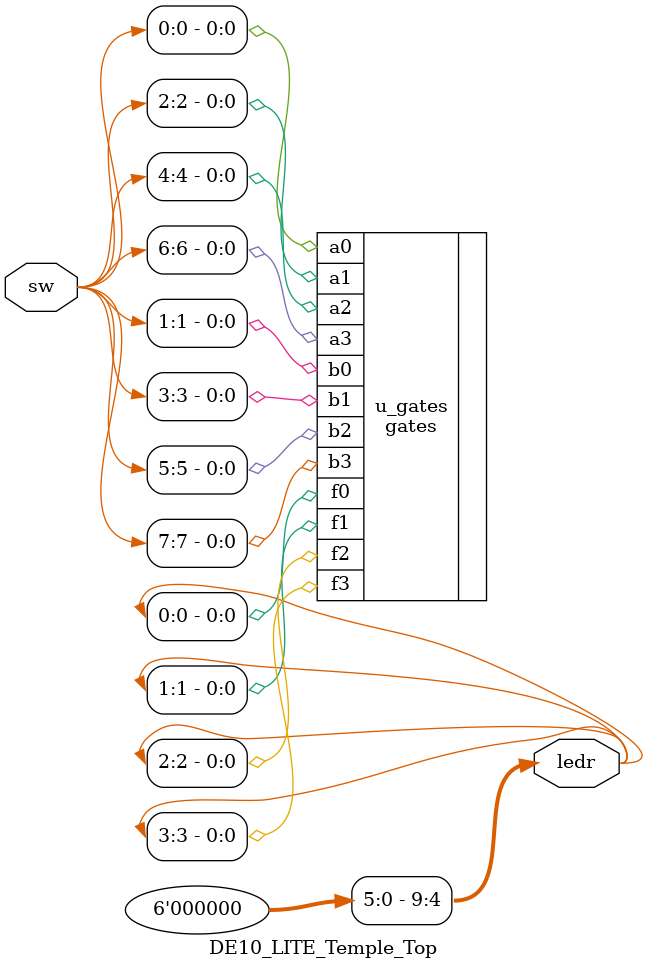
<source format=sv>



`define ENABLE_SW
`define ENABLE_LED

module DE10_LITE_Temple_Top(

	//////////// SDRAM: 3.3-V LVTTL //////////
`ifdef ENABLE_SDRAM
	output		    [12:0]		dram_addr,
	output		     [1:0]		dram_ba,
	output		          		dram_cas_n,
	output		          		dram_cke,
	output		          		dram_clk,
	output		          		dram_cs_n,
	inout 		    [15:0]		dram_dq,
	output		          		dram_ldqm,
	output		          		dram_ras_n,
	output		          		dram_udqm,
	output		          		dram_we_n,
`endif

	//////////// SEG7: 3.3-V LVTTL //////////
`ifdef ENABLE_HEX0
	output		     [7:0]		hex0,
`endif
`ifdef ENABLE_HEX1
	output		     [7:0]		hex1,
`endif
`ifdef ENABLE_HEX2
	output		     [7:0]		hex2,
`endif
`ifdef ENABLE_HEX3
	output		     [7:0]		hex3,
`endif
`ifdef ENABLE_HEX4
	output		     [7:0]		hex4,
`endif
`ifdef ENABLE_HEX5
	output		     [7:0]		hex5,
`endif

	//////////// KEY: 3.3 V SCHMITT TRIGGER //////////
`ifdef ENABLE_KEY
	input 		     [1:0]		key,
`endif

	//////////// LED: 3.3-V LVTTL //////////
`ifdef ENABLE_LED
	output		     [9:0]		ledr,
`endif

	//////////// VGA: 3.3-V LVTTL //////////
`ifdef ENABLE_VGA
	output		     [3:0]		vga_b,
	output		     [3:0]		vga_g,
	output		          		vga_hs,
	output		     [3:0]		vga_r,
	output		          		vga_vs,
`endif

	//////////// Accelerometer: 3.3-V LVTTL //////////
`ifdef ENABLE_ACCELEROMETER
	output		          		gsensor_cs_n,
	input 		     [2:1]		gsensor_int,
	output		          		gsensor_sclk,
	inout 		          		gsensor_sdi,
	inout 		          		gsensor_sdo,
`endif

	//////////// Arduino: 3.3-V LVTTL //////////
`ifdef ENABLE_ARDUINO
	inout 		    [15:0]		arduino_io,
	inout 		          		arduino_reset_n,
`endif

	//////////// GPIO, GPIO connect to GPIO Default: 3.3-V LVTTL //////////
`ifdef ENABLE_GPIO
	inout 		    [35:0]		gpio,
`endif

	//////////// ADC CLOCK: 3.3-V LVTTL //////////
`ifdef ENABLE_ADC_CLOCK
	input 		          		adc_clk_10,
`endif
	//////////// CLOCK 1: 3.3-V LVTTL //////////
`ifdef ENABLE_CLOCK1
	input 		          		max10_clk1_50,
`endif
	//////////// CLOCK 2: 3.3-V LVTTL //////////
`ifdef ENABLE_CLOCK2
	input 		          		max10_clk2_50,
`endif

	//////////// SW: 3.3-V LVTTL //////////
`ifdef ENABLE_SW
//	input 		     [9:0]		sw
	input 		     [7:0]		sw
`endif
);

	// tie unused LED's low
	assign ledr[9:4] = 6'b0;

	// pushbuttons (key signal) are active low
	// instantiate top level design here
	gates u_gates (.f0(ledr[0]), .f1(ledr[1]), .f2(ledr[2]), .f3(ledr[3]),
		.a0(sw[0]), .b0(sw[1]), .a1(sw[2]), .b1(sw[3]),
		.a2(sw[4]), .b2(sw[5]), .a3(sw[6]), .b3(sw[7])
	);

endmodule

</source>
